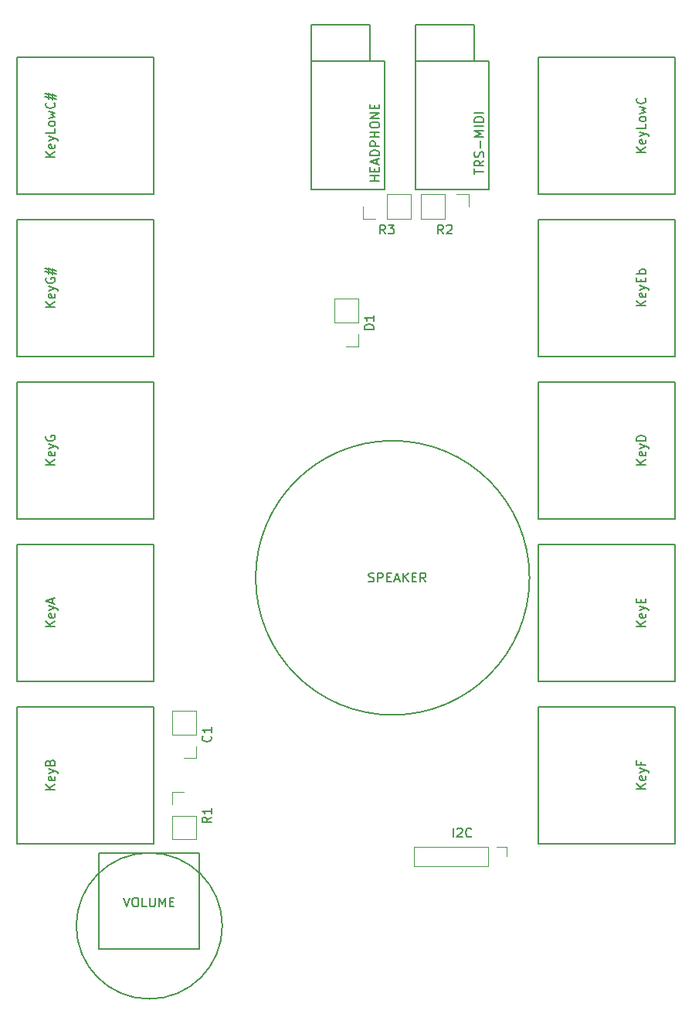
<source format=gto>
G04 #@! TF.FileFunction,Legend,Top*
%FSLAX46Y46*%
G04 Gerber Fmt 4.6, Leading zero omitted, Abs format (unit mm)*
G04 Created by KiCad (PCBNEW 4.0.1-stable) date 2020/11/03 12:41:02*
%MOMM*%
G01*
G04 APERTURE LIST*
%ADD10C,0.100000*%
%ADD11C,0.150000*%
%ADD12C,0.120000*%
G04 APERTURE END LIST*
D10*
D11*
X131865000Y-149480000D02*
X120865000Y-149480000D01*
X120865000Y-149480000D02*
X120865000Y-159980000D01*
X120865000Y-159980000D02*
X131865000Y-159980000D01*
X131865000Y-159980000D02*
X131865000Y-149480000D01*
X134365000Y-157480000D02*
G75*
G03X134365000Y-157480000I-8000000J0D01*
G01*
X126880000Y-62350000D02*
X126880000Y-77350000D01*
X126880000Y-77350000D02*
X111880000Y-77350000D01*
X111880000Y-77350000D02*
X111880000Y-62350000D01*
X111880000Y-62350000D02*
X126880000Y-62350000D01*
X126880000Y-80130000D02*
X126880000Y-95130000D01*
X126880000Y-95130000D02*
X111880000Y-95130000D01*
X111880000Y-95130000D02*
X111880000Y-80130000D01*
X111880000Y-80130000D02*
X126880000Y-80130000D01*
X126880000Y-97910000D02*
X126880000Y-112910000D01*
X126880000Y-112910000D02*
X111880000Y-112910000D01*
X111880000Y-112910000D02*
X111880000Y-97910000D01*
X111880000Y-97910000D02*
X126880000Y-97910000D01*
X126880000Y-115690000D02*
X126880000Y-130690000D01*
X126880000Y-130690000D02*
X111880000Y-130690000D01*
X111880000Y-130690000D02*
X111880000Y-115690000D01*
X111880000Y-115690000D02*
X126880000Y-115690000D01*
X126880000Y-133470000D02*
X126880000Y-148470000D01*
X126880000Y-148470000D02*
X111880000Y-148470000D01*
X111880000Y-148470000D02*
X111880000Y-133470000D01*
X111880000Y-133470000D02*
X126880000Y-133470000D01*
X169030000Y-77350000D02*
X169030000Y-62350000D01*
X169030000Y-62350000D02*
X184030000Y-62350000D01*
X184030000Y-62350000D02*
X184030000Y-77350000D01*
X184030000Y-77350000D02*
X169030000Y-77350000D01*
X169030000Y-95130000D02*
X169030000Y-80130000D01*
X169030000Y-80130000D02*
X184030000Y-80130000D01*
X184030000Y-80130000D02*
X184030000Y-95130000D01*
X184030000Y-95130000D02*
X169030000Y-95130000D01*
X169030000Y-112910000D02*
X169030000Y-97910000D01*
X169030000Y-97910000D02*
X184030000Y-97910000D01*
X184030000Y-97910000D02*
X184030000Y-112910000D01*
X184030000Y-112910000D02*
X169030000Y-112910000D01*
X169030000Y-130690000D02*
X169030000Y-115690000D01*
X169030000Y-115690000D02*
X184030000Y-115690000D01*
X184030000Y-115690000D02*
X184030000Y-130690000D01*
X184030000Y-130690000D02*
X169030000Y-130690000D01*
X169030000Y-148470000D02*
X169030000Y-133470000D01*
X169030000Y-133470000D02*
X184030000Y-133470000D01*
X184030000Y-133470000D02*
X184030000Y-148470000D01*
X184030000Y-148470000D02*
X169030000Y-148470000D01*
D12*
X149285000Y-88840000D02*
X146625000Y-88840000D01*
X149285000Y-91440000D02*
X149285000Y-88840000D01*
X146625000Y-91440000D02*
X146625000Y-88840000D01*
X149285000Y-91440000D02*
X146625000Y-91440000D01*
X149285000Y-92710000D02*
X149285000Y-94040000D01*
X149285000Y-94040000D02*
X147955000Y-94040000D01*
X128845000Y-148015000D02*
X131505000Y-148015000D01*
X128845000Y-145415000D02*
X128845000Y-148015000D01*
X131505000Y-145415000D02*
X131505000Y-148015000D01*
X128845000Y-145415000D02*
X131505000Y-145415000D01*
X128845000Y-144145000D02*
X128845000Y-142815000D01*
X128845000Y-142815000D02*
X130175000Y-142815000D01*
X156150000Y-77410000D02*
X156150000Y-80070000D01*
X158750000Y-77410000D02*
X156150000Y-77410000D01*
X158750000Y-80070000D02*
X156150000Y-80070000D01*
X158750000Y-77410000D02*
X158750000Y-80070000D01*
X160020000Y-77410000D02*
X161350000Y-77410000D01*
X161350000Y-77410000D02*
X161350000Y-78740000D01*
X155000000Y-80070000D02*
X155000000Y-77410000D01*
X152400000Y-80070000D02*
X155000000Y-80070000D01*
X152400000Y-77410000D02*
X155000000Y-77410000D01*
X152400000Y-80070000D02*
X152400000Y-77410000D01*
X151130000Y-80070000D02*
X149800000Y-80070000D01*
X149800000Y-80070000D02*
X149800000Y-78740000D01*
D11*
X144120000Y-62850000D02*
X144120000Y-58850000D01*
X144120000Y-58850000D02*
X150520000Y-58850000D01*
X150520000Y-58850000D02*
X150520000Y-62850000D01*
X144120000Y-62850000D02*
X152120000Y-62850000D01*
X152120000Y-62850000D02*
X152120000Y-76850000D01*
X152120000Y-76850000D02*
X144120000Y-76850000D01*
X144120000Y-76850000D02*
X144120000Y-62850000D01*
X155550000Y-62850000D02*
X155550000Y-58850000D01*
X155550000Y-58850000D02*
X161950000Y-58850000D01*
X161950000Y-58850000D02*
X161950000Y-62850000D01*
X155550000Y-62850000D02*
X163550000Y-62850000D01*
X163550000Y-62850000D02*
X163550000Y-76850000D01*
X163550000Y-76850000D02*
X155550000Y-76850000D01*
X155550000Y-76850000D02*
X155550000Y-62850000D01*
D12*
X131505000Y-133925000D02*
X128845000Y-133925000D01*
X131505000Y-136525000D02*
X131505000Y-133925000D01*
X128845000Y-136525000D02*
X128845000Y-133925000D01*
X131505000Y-136525000D02*
X128845000Y-136525000D01*
X131505000Y-137795000D02*
X131505000Y-139125000D01*
X131505000Y-139125000D02*
X130175000Y-139125000D01*
D11*
X168043331Y-119380000D02*
G75*
G03X168043331Y-119380000I-15008331J0D01*
G01*
D12*
X155405000Y-148800000D02*
X155405000Y-150920000D01*
X163465000Y-148800000D02*
X155405000Y-148800000D01*
X163465000Y-150920000D02*
X155405000Y-150920000D01*
X163465000Y-148800000D02*
X163465000Y-150920000D01*
X164465000Y-148800000D02*
X165525000Y-148800000D01*
X165525000Y-148800000D02*
X165525000Y-149860000D01*
D11*
X123555476Y-154392381D02*
X123888809Y-155392381D01*
X124222143Y-154392381D01*
X124745952Y-154392381D02*
X124936429Y-154392381D01*
X125031667Y-154440000D01*
X125126905Y-154535238D01*
X125174524Y-154725714D01*
X125174524Y-155059048D01*
X125126905Y-155249524D01*
X125031667Y-155344762D01*
X124936429Y-155392381D01*
X124745952Y-155392381D01*
X124650714Y-155344762D01*
X124555476Y-155249524D01*
X124507857Y-155059048D01*
X124507857Y-154725714D01*
X124555476Y-154535238D01*
X124650714Y-154440000D01*
X124745952Y-154392381D01*
X126079286Y-155392381D02*
X125603095Y-155392381D01*
X125603095Y-154392381D01*
X126412619Y-154392381D02*
X126412619Y-155201905D01*
X126460238Y-155297143D01*
X126507857Y-155344762D01*
X126603095Y-155392381D01*
X126793572Y-155392381D01*
X126888810Y-155344762D01*
X126936429Y-155297143D01*
X126984048Y-155201905D01*
X126984048Y-154392381D01*
X127460238Y-155392381D02*
X127460238Y-154392381D01*
X127793572Y-155106667D01*
X128126905Y-154392381D01*
X128126905Y-155392381D01*
X128603095Y-154868571D02*
X128936429Y-154868571D01*
X129079286Y-155392381D02*
X128603095Y-155392381D01*
X128603095Y-154392381D01*
X129079286Y-154392381D01*
X116022381Y-73302381D02*
X115022381Y-73302381D01*
X116022381Y-72730952D02*
X115450952Y-73159524D01*
X115022381Y-72730952D02*
X115593810Y-73302381D01*
X115974762Y-71921428D02*
X116022381Y-72016666D01*
X116022381Y-72207143D01*
X115974762Y-72302381D01*
X115879524Y-72350000D01*
X115498571Y-72350000D01*
X115403333Y-72302381D01*
X115355714Y-72207143D01*
X115355714Y-72016666D01*
X115403333Y-71921428D01*
X115498571Y-71873809D01*
X115593810Y-71873809D01*
X115689048Y-72350000D01*
X115355714Y-71540476D02*
X116022381Y-71302381D01*
X115355714Y-71064285D02*
X116022381Y-71302381D01*
X116260476Y-71397619D01*
X116308095Y-71445238D01*
X116355714Y-71540476D01*
X116022381Y-70207142D02*
X116022381Y-70683333D01*
X115022381Y-70683333D01*
X116022381Y-69730952D02*
X115974762Y-69826190D01*
X115927143Y-69873809D01*
X115831905Y-69921428D01*
X115546190Y-69921428D01*
X115450952Y-69873809D01*
X115403333Y-69826190D01*
X115355714Y-69730952D01*
X115355714Y-69588094D01*
X115403333Y-69492856D01*
X115450952Y-69445237D01*
X115546190Y-69397618D01*
X115831905Y-69397618D01*
X115927143Y-69445237D01*
X115974762Y-69492856D01*
X116022381Y-69588094D01*
X116022381Y-69730952D01*
X115355714Y-69064285D02*
X116022381Y-68873809D01*
X115546190Y-68683332D01*
X116022381Y-68492856D01*
X115355714Y-68302380D01*
X115927143Y-67349999D02*
X115974762Y-67397618D01*
X116022381Y-67540475D01*
X116022381Y-67635713D01*
X115974762Y-67778571D01*
X115879524Y-67873809D01*
X115784286Y-67921428D01*
X115593810Y-67969047D01*
X115450952Y-67969047D01*
X115260476Y-67921428D01*
X115165238Y-67873809D01*
X115070000Y-67778571D01*
X115022381Y-67635713D01*
X115022381Y-67540475D01*
X115070000Y-67397618D01*
X115117619Y-67349999D01*
X115355714Y-66969047D02*
X115355714Y-66254761D01*
X114927143Y-66683333D02*
X116212857Y-66969047D01*
X115784286Y-66349999D02*
X115784286Y-67064285D01*
X116212857Y-66635713D02*
X114927143Y-66349999D01*
X116022381Y-89701429D02*
X115022381Y-89701429D01*
X116022381Y-89130000D02*
X115450952Y-89558572D01*
X115022381Y-89130000D02*
X115593810Y-89701429D01*
X115974762Y-88320476D02*
X116022381Y-88415714D01*
X116022381Y-88606191D01*
X115974762Y-88701429D01*
X115879524Y-88749048D01*
X115498571Y-88749048D01*
X115403333Y-88701429D01*
X115355714Y-88606191D01*
X115355714Y-88415714D01*
X115403333Y-88320476D01*
X115498571Y-88272857D01*
X115593810Y-88272857D01*
X115689048Y-88749048D01*
X115355714Y-87939524D02*
X116022381Y-87701429D01*
X115355714Y-87463333D02*
X116022381Y-87701429D01*
X116260476Y-87796667D01*
X116308095Y-87844286D01*
X116355714Y-87939524D01*
X115070000Y-86558571D02*
X115022381Y-86653809D01*
X115022381Y-86796666D01*
X115070000Y-86939524D01*
X115165238Y-87034762D01*
X115260476Y-87082381D01*
X115450952Y-87130000D01*
X115593810Y-87130000D01*
X115784286Y-87082381D01*
X115879524Y-87034762D01*
X115974762Y-86939524D01*
X116022381Y-86796666D01*
X116022381Y-86701428D01*
X115974762Y-86558571D01*
X115927143Y-86510952D01*
X115593810Y-86510952D01*
X115593810Y-86701428D01*
X115355714Y-86130000D02*
X115355714Y-85415714D01*
X114927143Y-85844286D02*
X116212857Y-86130000D01*
X115784286Y-85510952D02*
X115784286Y-86225238D01*
X116212857Y-85796666D02*
X114927143Y-85510952D01*
X116022381Y-106981429D02*
X115022381Y-106981429D01*
X116022381Y-106410000D02*
X115450952Y-106838572D01*
X115022381Y-106410000D02*
X115593810Y-106981429D01*
X115974762Y-105600476D02*
X116022381Y-105695714D01*
X116022381Y-105886191D01*
X115974762Y-105981429D01*
X115879524Y-106029048D01*
X115498571Y-106029048D01*
X115403333Y-105981429D01*
X115355714Y-105886191D01*
X115355714Y-105695714D01*
X115403333Y-105600476D01*
X115498571Y-105552857D01*
X115593810Y-105552857D01*
X115689048Y-106029048D01*
X115355714Y-105219524D02*
X116022381Y-104981429D01*
X115355714Y-104743333D02*
X116022381Y-104981429D01*
X116260476Y-105076667D01*
X116308095Y-105124286D01*
X116355714Y-105219524D01*
X115070000Y-103838571D02*
X115022381Y-103933809D01*
X115022381Y-104076666D01*
X115070000Y-104219524D01*
X115165238Y-104314762D01*
X115260476Y-104362381D01*
X115450952Y-104410000D01*
X115593810Y-104410000D01*
X115784286Y-104362381D01*
X115879524Y-104314762D01*
X115974762Y-104219524D01*
X116022381Y-104076666D01*
X116022381Y-103981428D01*
X115974762Y-103838571D01*
X115927143Y-103790952D01*
X115593810Y-103790952D01*
X115593810Y-103981428D01*
X116022381Y-124690000D02*
X115022381Y-124690000D01*
X116022381Y-124118571D02*
X115450952Y-124547143D01*
X115022381Y-124118571D02*
X115593810Y-124690000D01*
X115974762Y-123309047D02*
X116022381Y-123404285D01*
X116022381Y-123594762D01*
X115974762Y-123690000D01*
X115879524Y-123737619D01*
X115498571Y-123737619D01*
X115403333Y-123690000D01*
X115355714Y-123594762D01*
X115355714Y-123404285D01*
X115403333Y-123309047D01*
X115498571Y-123261428D01*
X115593810Y-123261428D01*
X115689048Y-123737619D01*
X115355714Y-122928095D02*
X116022381Y-122690000D01*
X115355714Y-122451904D02*
X116022381Y-122690000D01*
X116260476Y-122785238D01*
X116308095Y-122832857D01*
X116355714Y-122928095D01*
X115736667Y-122118571D02*
X115736667Y-121642380D01*
X116022381Y-122213809D02*
X115022381Y-121880476D01*
X116022381Y-121547142D01*
X116022381Y-142541429D02*
X115022381Y-142541429D01*
X116022381Y-141970000D02*
X115450952Y-142398572D01*
X115022381Y-141970000D02*
X115593810Y-142541429D01*
X115974762Y-141160476D02*
X116022381Y-141255714D01*
X116022381Y-141446191D01*
X115974762Y-141541429D01*
X115879524Y-141589048D01*
X115498571Y-141589048D01*
X115403333Y-141541429D01*
X115355714Y-141446191D01*
X115355714Y-141255714D01*
X115403333Y-141160476D01*
X115498571Y-141112857D01*
X115593810Y-141112857D01*
X115689048Y-141589048D01*
X115355714Y-140779524D02*
X116022381Y-140541429D01*
X115355714Y-140303333D02*
X116022381Y-140541429D01*
X116260476Y-140636667D01*
X116308095Y-140684286D01*
X116355714Y-140779524D01*
X115498571Y-139589047D02*
X115546190Y-139446190D01*
X115593810Y-139398571D01*
X115689048Y-139350952D01*
X115831905Y-139350952D01*
X115927143Y-139398571D01*
X115974762Y-139446190D01*
X116022381Y-139541428D01*
X116022381Y-139922381D01*
X115022381Y-139922381D01*
X115022381Y-139589047D01*
X115070000Y-139493809D01*
X115117619Y-139446190D01*
X115212857Y-139398571D01*
X115308095Y-139398571D01*
X115403333Y-139446190D01*
X115450952Y-139493809D01*
X115498571Y-139589047D01*
X115498571Y-139922381D01*
X180792381Y-72802381D02*
X179792381Y-72802381D01*
X180792381Y-72230952D02*
X180220952Y-72659524D01*
X179792381Y-72230952D02*
X180363810Y-72802381D01*
X180744762Y-71421428D02*
X180792381Y-71516666D01*
X180792381Y-71707143D01*
X180744762Y-71802381D01*
X180649524Y-71850000D01*
X180268571Y-71850000D01*
X180173333Y-71802381D01*
X180125714Y-71707143D01*
X180125714Y-71516666D01*
X180173333Y-71421428D01*
X180268571Y-71373809D01*
X180363810Y-71373809D01*
X180459048Y-71850000D01*
X180125714Y-71040476D02*
X180792381Y-70802381D01*
X180125714Y-70564285D02*
X180792381Y-70802381D01*
X181030476Y-70897619D01*
X181078095Y-70945238D01*
X181125714Y-71040476D01*
X180792381Y-69707142D02*
X180792381Y-70183333D01*
X179792381Y-70183333D01*
X180792381Y-69230952D02*
X180744762Y-69326190D01*
X180697143Y-69373809D01*
X180601905Y-69421428D01*
X180316190Y-69421428D01*
X180220952Y-69373809D01*
X180173333Y-69326190D01*
X180125714Y-69230952D01*
X180125714Y-69088094D01*
X180173333Y-68992856D01*
X180220952Y-68945237D01*
X180316190Y-68897618D01*
X180601905Y-68897618D01*
X180697143Y-68945237D01*
X180744762Y-68992856D01*
X180792381Y-69088094D01*
X180792381Y-69230952D01*
X180125714Y-68564285D02*
X180792381Y-68373809D01*
X180316190Y-68183332D01*
X180792381Y-67992856D01*
X180125714Y-67802380D01*
X180697143Y-66849999D02*
X180744762Y-66897618D01*
X180792381Y-67040475D01*
X180792381Y-67135713D01*
X180744762Y-67278571D01*
X180649524Y-67373809D01*
X180554286Y-67421428D01*
X180363810Y-67469047D01*
X180220952Y-67469047D01*
X180030476Y-67421428D01*
X179935238Y-67373809D01*
X179840000Y-67278571D01*
X179792381Y-67135713D01*
X179792381Y-67040475D01*
X179840000Y-66897618D01*
X179887619Y-66849999D01*
X180792381Y-89606191D02*
X179792381Y-89606191D01*
X180792381Y-89034762D02*
X180220952Y-89463334D01*
X179792381Y-89034762D02*
X180363810Y-89606191D01*
X180744762Y-88225238D02*
X180792381Y-88320476D01*
X180792381Y-88510953D01*
X180744762Y-88606191D01*
X180649524Y-88653810D01*
X180268571Y-88653810D01*
X180173333Y-88606191D01*
X180125714Y-88510953D01*
X180125714Y-88320476D01*
X180173333Y-88225238D01*
X180268571Y-88177619D01*
X180363810Y-88177619D01*
X180459048Y-88653810D01*
X180125714Y-87844286D02*
X180792381Y-87606191D01*
X180125714Y-87368095D02*
X180792381Y-87606191D01*
X181030476Y-87701429D01*
X181078095Y-87749048D01*
X181125714Y-87844286D01*
X180268571Y-86987143D02*
X180268571Y-86653809D01*
X180792381Y-86510952D02*
X180792381Y-86987143D01*
X179792381Y-86987143D01*
X179792381Y-86510952D01*
X180792381Y-86082381D02*
X179792381Y-86082381D01*
X180173333Y-86082381D02*
X180125714Y-85987143D01*
X180125714Y-85796666D01*
X180173333Y-85701428D01*
X180220952Y-85653809D01*
X180316190Y-85606190D01*
X180601905Y-85606190D01*
X180697143Y-85653809D01*
X180744762Y-85701428D01*
X180792381Y-85796666D01*
X180792381Y-85987143D01*
X180744762Y-86082381D01*
X180792381Y-106981429D02*
X179792381Y-106981429D01*
X180792381Y-106410000D02*
X180220952Y-106838572D01*
X179792381Y-106410000D02*
X180363810Y-106981429D01*
X180744762Y-105600476D02*
X180792381Y-105695714D01*
X180792381Y-105886191D01*
X180744762Y-105981429D01*
X180649524Y-106029048D01*
X180268571Y-106029048D01*
X180173333Y-105981429D01*
X180125714Y-105886191D01*
X180125714Y-105695714D01*
X180173333Y-105600476D01*
X180268571Y-105552857D01*
X180363810Y-105552857D01*
X180459048Y-106029048D01*
X180125714Y-105219524D02*
X180792381Y-104981429D01*
X180125714Y-104743333D02*
X180792381Y-104981429D01*
X181030476Y-105076667D01*
X181078095Y-105124286D01*
X181125714Y-105219524D01*
X180792381Y-104362381D02*
X179792381Y-104362381D01*
X179792381Y-104124286D01*
X179840000Y-103981428D01*
X179935238Y-103886190D01*
X180030476Y-103838571D01*
X180220952Y-103790952D01*
X180363810Y-103790952D01*
X180554286Y-103838571D01*
X180649524Y-103886190D01*
X180744762Y-103981428D01*
X180792381Y-104124286D01*
X180792381Y-104362381D01*
X180792381Y-124713810D02*
X179792381Y-124713810D01*
X180792381Y-124142381D02*
X180220952Y-124570953D01*
X179792381Y-124142381D02*
X180363810Y-124713810D01*
X180744762Y-123332857D02*
X180792381Y-123428095D01*
X180792381Y-123618572D01*
X180744762Y-123713810D01*
X180649524Y-123761429D01*
X180268571Y-123761429D01*
X180173333Y-123713810D01*
X180125714Y-123618572D01*
X180125714Y-123428095D01*
X180173333Y-123332857D01*
X180268571Y-123285238D01*
X180363810Y-123285238D01*
X180459048Y-123761429D01*
X180125714Y-122951905D02*
X180792381Y-122713810D01*
X180125714Y-122475714D02*
X180792381Y-122713810D01*
X181030476Y-122809048D01*
X181078095Y-122856667D01*
X181125714Y-122951905D01*
X180268571Y-122094762D02*
X180268571Y-121761428D01*
X180792381Y-121618571D02*
X180792381Y-122094762D01*
X179792381Y-122094762D01*
X179792381Y-121618571D01*
X180792381Y-142470000D02*
X179792381Y-142470000D01*
X180792381Y-141898571D02*
X180220952Y-142327143D01*
X179792381Y-141898571D02*
X180363810Y-142470000D01*
X180744762Y-141089047D02*
X180792381Y-141184285D01*
X180792381Y-141374762D01*
X180744762Y-141470000D01*
X180649524Y-141517619D01*
X180268571Y-141517619D01*
X180173333Y-141470000D01*
X180125714Y-141374762D01*
X180125714Y-141184285D01*
X180173333Y-141089047D01*
X180268571Y-141041428D01*
X180363810Y-141041428D01*
X180459048Y-141517619D01*
X180125714Y-140708095D02*
X180792381Y-140470000D01*
X180125714Y-140231904D02*
X180792381Y-140470000D01*
X181030476Y-140565238D01*
X181078095Y-140612857D01*
X181125714Y-140708095D01*
X180268571Y-139517618D02*
X180268571Y-139850952D01*
X180792381Y-139850952D02*
X179792381Y-139850952D01*
X179792381Y-139374761D01*
X150947381Y-92178095D02*
X149947381Y-92178095D01*
X149947381Y-91940000D01*
X149995000Y-91797142D01*
X150090238Y-91701904D01*
X150185476Y-91654285D01*
X150375952Y-91606666D01*
X150518810Y-91606666D01*
X150709286Y-91654285D01*
X150804524Y-91701904D01*
X150899762Y-91797142D01*
X150947381Y-91940000D01*
X150947381Y-92178095D01*
X150947381Y-90654285D02*
X150947381Y-91225714D01*
X150947381Y-90940000D02*
X149947381Y-90940000D01*
X150090238Y-91035238D01*
X150185476Y-91130476D01*
X150233095Y-91225714D01*
X133167381Y-145581666D02*
X132691190Y-145915000D01*
X133167381Y-146153095D02*
X132167381Y-146153095D01*
X132167381Y-145772142D01*
X132215000Y-145676904D01*
X132262619Y-145629285D01*
X132357857Y-145581666D01*
X132500714Y-145581666D01*
X132595952Y-145629285D01*
X132643571Y-145676904D01*
X132691190Y-145772142D01*
X132691190Y-146153095D01*
X133167381Y-144629285D02*
X133167381Y-145200714D01*
X133167381Y-144915000D02*
X132167381Y-144915000D01*
X132310238Y-145010238D01*
X132405476Y-145105476D01*
X132453095Y-145200714D01*
X158583334Y-81732381D02*
X158250000Y-81256190D01*
X158011905Y-81732381D02*
X158011905Y-80732381D01*
X158392858Y-80732381D01*
X158488096Y-80780000D01*
X158535715Y-80827619D01*
X158583334Y-80922857D01*
X158583334Y-81065714D01*
X158535715Y-81160952D01*
X158488096Y-81208571D01*
X158392858Y-81256190D01*
X158011905Y-81256190D01*
X158964286Y-80827619D02*
X159011905Y-80780000D01*
X159107143Y-80732381D01*
X159345239Y-80732381D01*
X159440477Y-80780000D01*
X159488096Y-80827619D01*
X159535715Y-80922857D01*
X159535715Y-81018095D01*
X159488096Y-81160952D01*
X158916667Y-81732381D01*
X159535715Y-81732381D01*
X152233334Y-81732381D02*
X151900000Y-81256190D01*
X151661905Y-81732381D02*
X151661905Y-80732381D01*
X152042858Y-80732381D01*
X152138096Y-80780000D01*
X152185715Y-80827619D01*
X152233334Y-80922857D01*
X152233334Y-81065714D01*
X152185715Y-81160952D01*
X152138096Y-81208571D01*
X152042858Y-81256190D01*
X151661905Y-81256190D01*
X152566667Y-80732381D02*
X153185715Y-80732381D01*
X152852381Y-81113333D01*
X152995239Y-81113333D01*
X153090477Y-81160952D01*
X153138096Y-81208571D01*
X153185715Y-81303810D01*
X153185715Y-81541905D01*
X153138096Y-81637143D01*
X153090477Y-81684762D01*
X152995239Y-81732381D01*
X152709524Y-81732381D01*
X152614286Y-81684762D01*
X152566667Y-81637143D01*
X151582381Y-75945476D02*
X150582381Y-75945476D01*
X151058571Y-75945476D02*
X151058571Y-75374047D01*
X151582381Y-75374047D02*
X150582381Y-75374047D01*
X151058571Y-74897857D02*
X151058571Y-74564523D01*
X151582381Y-74421666D02*
X151582381Y-74897857D01*
X150582381Y-74897857D01*
X150582381Y-74421666D01*
X151296667Y-74040714D02*
X151296667Y-73564523D01*
X151582381Y-74135952D02*
X150582381Y-73802619D01*
X151582381Y-73469285D01*
X151582381Y-73135952D02*
X150582381Y-73135952D01*
X150582381Y-72897857D01*
X150630000Y-72754999D01*
X150725238Y-72659761D01*
X150820476Y-72612142D01*
X151010952Y-72564523D01*
X151153810Y-72564523D01*
X151344286Y-72612142D01*
X151439524Y-72659761D01*
X151534762Y-72754999D01*
X151582381Y-72897857D01*
X151582381Y-73135952D01*
X151582381Y-72135952D02*
X150582381Y-72135952D01*
X150582381Y-71754999D01*
X150630000Y-71659761D01*
X150677619Y-71612142D01*
X150772857Y-71564523D01*
X150915714Y-71564523D01*
X151010952Y-71612142D01*
X151058571Y-71659761D01*
X151106190Y-71754999D01*
X151106190Y-72135952D01*
X151582381Y-71135952D02*
X150582381Y-71135952D01*
X151058571Y-71135952D02*
X151058571Y-70564523D01*
X151582381Y-70564523D02*
X150582381Y-70564523D01*
X150582381Y-69897857D02*
X150582381Y-69707380D01*
X150630000Y-69612142D01*
X150725238Y-69516904D01*
X150915714Y-69469285D01*
X151249048Y-69469285D01*
X151439524Y-69516904D01*
X151534762Y-69612142D01*
X151582381Y-69707380D01*
X151582381Y-69897857D01*
X151534762Y-69993095D01*
X151439524Y-70088333D01*
X151249048Y-70135952D01*
X150915714Y-70135952D01*
X150725238Y-70088333D01*
X150630000Y-69993095D01*
X150582381Y-69897857D01*
X151582381Y-69040714D02*
X150582381Y-69040714D01*
X151582381Y-68469285D01*
X150582381Y-68469285D01*
X151058571Y-67993095D02*
X151058571Y-67659761D01*
X151582381Y-67516904D02*
X151582381Y-67993095D01*
X150582381Y-67993095D01*
X150582381Y-67516904D01*
X162012381Y-75183571D02*
X162012381Y-74612142D01*
X163012381Y-74897857D02*
X162012381Y-74897857D01*
X163012381Y-73707380D02*
X162536190Y-74040714D01*
X163012381Y-74278809D02*
X162012381Y-74278809D01*
X162012381Y-73897856D01*
X162060000Y-73802618D01*
X162107619Y-73754999D01*
X162202857Y-73707380D01*
X162345714Y-73707380D01*
X162440952Y-73754999D01*
X162488571Y-73802618D01*
X162536190Y-73897856D01*
X162536190Y-74278809D01*
X162964762Y-73326428D02*
X163012381Y-73183571D01*
X163012381Y-72945475D01*
X162964762Y-72850237D01*
X162917143Y-72802618D01*
X162821905Y-72754999D01*
X162726667Y-72754999D01*
X162631429Y-72802618D01*
X162583810Y-72850237D01*
X162536190Y-72945475D01*
X162488571Y-73135952D01*
X162440952Y-73231190D01*
X162393333Y-73278809D01*
X162298095Y-73326428D01*
X162202857Y-73326428D01*
X162107619Y-73278809D01*
X162060000Y-73231190D01*
X162012381Y-73135952D01*
X162012381Y-72897856D01*
X162060000Y-72754999D01*
X162631429Y-72326428D02*
X162631429Y-71564523D01*
X163012381Y-71088333D02*
X162012381Y-71088333D01*
X162726667Y-70754999D01*
X162012381Y-70421666D01*
X163012381Y-70421666D01*
X163012381Y-69945476D02*
X162012381Y-69945476D01*
X163012381Y-69469286D02*
X162012381Y-69469286D01*
X162012381Y-69231191D01*
X162060000Y-69088333D01*
X162155238Y-68993095D01*
X162250476Y-68945476D01*
X162440952Y-68897857D01*
X162583810Y-68897857D01*
X162774286Y-68945476D01*
X162869524Y-68993095D01*
X162964762Y-69088333D01*
X163012381Y-69231191D01*
X163012381Y-69469286D01*
X163012381Y-68469286D02*
X162012381Y-68469286D01*
X133072143Y-136691666D02*
X133119762Y-136739285D01*
X133167381Y-136882142D01*
X133167381Y-136977380D01*
X133119762Y-137120238D01*
X133024524Y-137215476D01*
X132929286Y-137263095D01*
X132738810Y-137310714D01*
X132595952Y-137310714D01*
X132405476Y-137263095D01*
X132310238Y-137215476D01*
X132215000Y-137120238D01*
X132167381Y-136977380D01*
X132167381Y-136882142D01*
X132215000Y-136739285D01*
X132262619Y-136691666D01*
X133167381Y-135739285D02*
X133167381Y-136310714D01*
X133167381Y-136025000D02*
X132167381Y-136025000D01*
X132310238Y-136120238D01*
X132405476Y-136215476D01*
X132453095Y-136310714D01*
X150415952Y-119784762D02*
X150558809Y-119832381D01*
X150796905Y-119832381D01*
X150892143Y-119784762D01*
X150939762Y-119737143D01*
X150987381Y-119641905D01*
X150987381Y-119546667D01*
X150939762Y-119451429D01*
X150892143Y-119403810D01*
X150796905Y-119356190D01*
X150606428Y-119308571D01*
X150511190Y-119260952D01*
X150463571Y-119213333D01*
X150415952Y-119118095D01*
X150415952Y-119022857D01*
X150463571Y-118927619D01*
X150511190Y-118880000D01*
X150606428Y-118832381D01*
X150844524Y-118832381D01*
X150987381Y-118880000D01*
X151415952Y-119832381D02*
X151415952Y-118832381D01*
X151796905Y-118832381D01*
X151892143Y-118880000D01*
X151939762Y-118927619D01*
X151987381Y-119022857D01*
X151987381Y-119165714D01*
X151939762Y-119260952D01*
X151892143Y-119308571D01*
X151796905Y-119356190D01*
X151415952Y-119356190D01*
X152415952Y-119308571D02*
X152749286Y-119308571D01*
X152892143Y-119832381D02*
X152415952Y-119832381D01*
X152415952Y-118832381D01*
X152892143Y-118832381D01*
X153273095Y-119546667D02*
X153749286Y-119546667D01*
X153177857Y-119832381D02*
X153511190Y-118832381D01*
X153844524Y-119832381D01*
X154177857Y-119832381D02*
X154177857Y-118832381D01*
X154749286Y-119832381D02*
X154320714Y-119260952D01*
X154749286Y-118832381D02*
X154177857Y-119403810D01*
X155177857Y-119308571D02*
X155511191Y-119308571D01*
X155654048Y-119832381D02*
X155177857Y-119832381D01*
X155177857Y-118832381D01*
X155654048Y-118832381D01*
X156654048Y-119832381D02*
X156320714Y-119356190D01*
X156082619Y-119832381D02*
X156082619Y-118832381D01*
X156463572Y-118832381D01*
X156558810Y-118880000D01*
X156606429Y-118927619D01*
X156654048Y-119022857D01*
X156654048Y-119165714D01*
X156606429Y-119260952D01*
X156558810Y-119308571D01*
X156463572Y-119356190D01*
X156082619Y-119356190D01*
X159678810Y-147772381D02*
X159678810Y-146772381D01*
X160107381Y-146867619D02*
X160155000Y-146820000D01*
X160250238Y-146772381D01*
X160488334Y-146772381D01*
X160583572Y-146820000D01*
X160631191Y-146867619D01*
X160678810Y-146962857D01*
X160678810Y-147058095D01*
X160631191Y-147200952D01*
X160059762Y-147772381D01*
X160678810Y-147772381D01*
X161678810Y-147677143D02*
X161631191Y-147724762D01*
X161488334Y-147772381D01*
X161393096Y-147772381D01*
X161250238Y-147724762D01*
X161155000Y-147629524D01*
X161107381Y-147534286D01*
X161059762Y-147343810D01*
X161059762Y-147200952D01*
X161107381Y-147010476D01*
X161155000Y-146915238D01*
X161250238Y-146820000D01*
X161393096Y-146772381D01*
X161488334Y-146772381D01*
X161631191Y-146820000D01*
X161678810Y-146867619D01*
M02*

</source>
